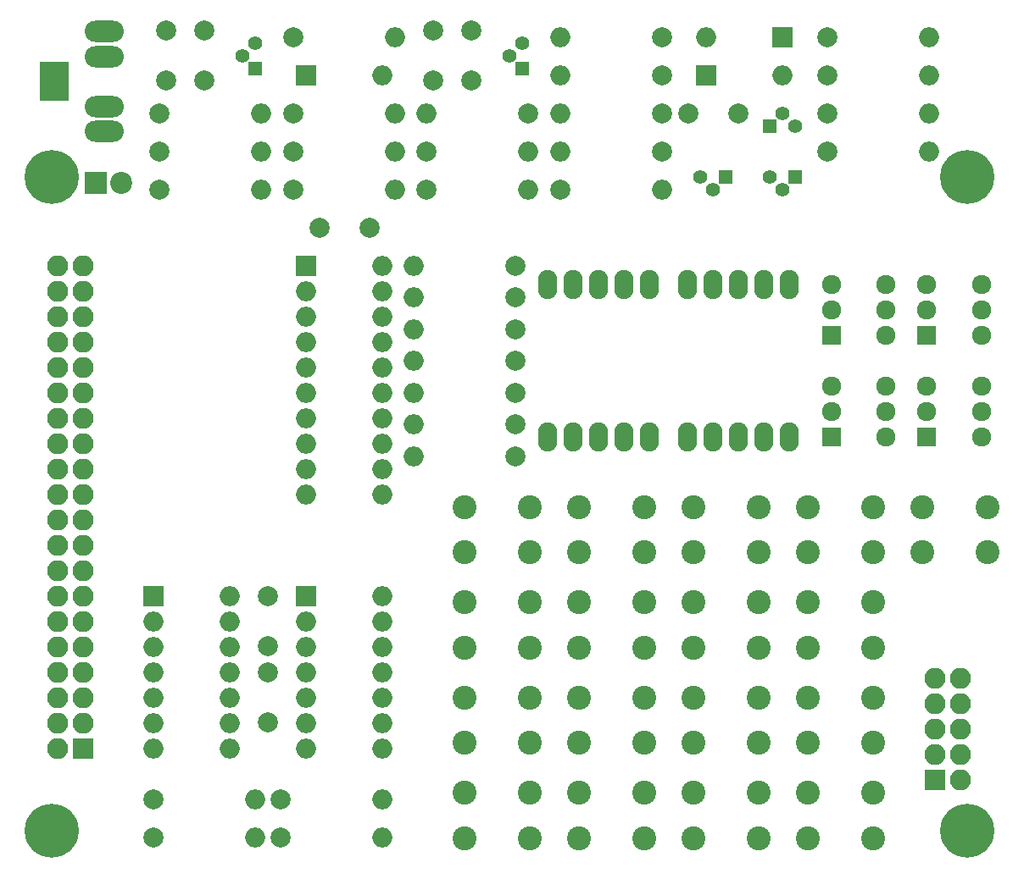
<source format=gbs>
G04 #@! TF.FileFunction,Soldermask,Bot*
%FSLAX46Y46*%
G04 Gerber Fmt 4.6, Leading zero omitted, Abs format (unit mm)*
G04 Created by KiCad (PCBNEW 4.0.7) date 09/22/19 17:22:31*
%MOMM*%
%LPD*%
G01*
G04 APERTURE LIST*
%ADD10C,0.100000*%
%ADD11R,2.100000X2.100000*%
%ADD12O,2.100000X2.100000*%
%ADD13C,5.400000*%
%ADD14C,2.000000*%
%ADD15O,1.924000X2.924000*%
%ADD16R,2.200000X2.200000*%
%ADD17C,2.200000*%
%ADD18R,2.000000X2.000000*%
%ADD19O,2.000000X2.000000*%
%ADD20R,2.900000X3.900000*%
%ADD21O,3.900000X2.150000*%
%ADD22C,1.400000*%
%ADD23R,1.400000X1.400000*%
%ADD24C,2.400000*%
%ADD25C,1.924000*%
%ADD26R,1.924000X1.924000*%
G04 APERTURE END LIST*
D10*
D11*
X107315000Y-132080000D03*
D12*
X104775000Y-132080000D03*
X107315000Y-129540000D03*
X104775000Y-129540000D03*
X107315000Y-127000000D03*
X104775000Y-127000000D03*
X107315000Y-124460000D03*
X104775000Y-124460000D03*
X107315000Y-121920000D03*
X104775000Y-121920000D03*
X107315000Y-119380000D03*
X104775000Y-119380000D03*
X107315000Y-116840000D03*
X104775000Y-116840000D03*
X107315000Y-114300000D03*
X104775000Y-114300000D03*
X107315000Y-111760000D03*
X104775000Y-111760000D03*
X107315000Y-109220000D03*
X104775000Y-109220000D03*
X107315000Y-106680000D03*
X104775000Y-106680000D03*
X107315000Y-104140000D03*
X104775000Y-104140000D03*
X107315000Y-101600000D03*
X104775000Y-101600000D03*
X107315000Y-99060000D03*
X104775000Y-99060000D03*
X107315000Y-96520000D03*
X104775000Y-96520000D03*
X107315000Y-93980000D03*
X104775000Y-93980000D03*
X107315000Y-91440000D03*
X104775000Y-91440000D03*
X107315000Y-88900000D03*
X104775000Y-88900000D03*
X107315000Y-86360000D03*
X104775000Y-86360000D03*
X107315000Y-83820000D03*
X104775000Y-83820000D03*
D13*
X104140000Y-140335000D03*
X195580000Y-140335000D03*
X195580000Y-74930000D03*
X104140000Y-74930000D03*
D14*
X135890000Y-80010000D03*
X130890000Y-80010000D03*
X125730000Y-116840000D03*
X125730000Y-121840000D03*
X125730000Y-124460000D03*
X125730000Y-129460000D03*
X142240000Y-60325000D03*
X142240000Y-65325000D03*
X146050000Y-60325000D03*
X146050000Y-65325000D03*
X172720000Y-68580000D03*
X167720000Y-68580000D03*
X119380000Y-60325000D03*
X119380000Y-65325000D03*
X115570000Y-60325000D03*
X115570000Y-65325000D03*
D15*
X167640000Y-100965000D03*
X170180000Y-100965000D03*
X172720000Y-100965000D03*
X175260000Y-100965000D03*
X177800000Y-100965000D03*
X177800000Y-85725000D03*
X175260000Y-85725000D03*
X172720000Y-85725000D03*
X170180000Y-85725000D03*
X167640000Y-85725000D03*
X153670000Y-100965000D03*
X156210000Y-100965000D03*
X158750000Y-100965000D03*
X161290000Y-100965000D03*
X163830000Y-100965000D03*
X163830000Y-85725000D03*
X161290000Y-85725000D03*
X158750000Y-85725000D03*
X156210000Y-85725000D03*
X153670000Y-85725000D03*
D16*
X108585000Y-75565000D03*
D17*
X111125000Y-75565000D03*
D18*
X177165000Y-60960000D03*
D19*
X169545000Y-60960000D03*
D18*
X169545000Y-64770000D03*
D19*
X177165000Y-64770000D03*
D18*
X129540000Y-64770000D03*
D19*
X137160000Y-64770000D03*
D20*
X104449000Y-65405000D03*
D21*
X109455000Y-60405000D03*
X109455000Y-70405000D03*
X109455000Y-62905000D03*
X109455000Y-67905000D03*
D22*
X177165000Y-68580000D03*
X178435000Y-69850000D03*
D23*
X175895000Y-69850000D03*
D22*
X177165000Y-76200000D03*
X175895000Y-74930000D03*
D23*
X178435000Y-74930000D03*
D22*
X170180000Y-76200000D03*
X168910000Y-74930000D03*
D23*
X171450000Y-74930000D03*
D22*
X149860000Y-62865000D03*
X151130000Y-61595000D03*
D23*
X151130000Y-64135000D03*
D22*
X123190000Y-62865000D03*
X124460000Y-61595000D03*
D23*
X124460000Y-64135000D03*
D14*
X114300000Y-137160000D03*
D19*
X124460000Y-137160000D03*
D14*
X114300000Y-140970000D03*
D19*
X124460000Y-140970000D03*
D14*
X127000000Y-140970000D03*
D19*
X137160000Y-140970000D03*
D14*
X127000000Y-137160000D03*
D19*
X137160000Y-137160000D03*
D14*
X150495000Y-102870000D03*
D19*
X140335000Y-102870000D03*
D14*
X150495000Y-99695000D03*
D19*
X140335000Y-99695000D03*
D14*
X150495000Y-96520000D03*
D19*
X140335000Y-96520000D03*
D14*
X150495000Y-93345000D03*
D19*
X140335000Y-93345000D03*
D14*
X150495000Y-90170000D03*
D19*
X140335000Y-90170000D03*
D14*
X150495000Y-83820000D03*
D19*
X140335000Y-83820000D03*
D14*
X150495000Y-86995000D03*
D19*
X140335000Y-86995000D03*
D14*
X114935000Y-72390000D03*
D19*
X125095000Y-72390000D03*
D14*
X114935000Y-68580000D03*
D19*
X125095000Y-68580000D03*
D14*
X165100000Y-60960000D03*
D19*
X154940000Y-60960000D03*
D14*
X154940000Y-76200000D03*
D19*
X165100000Y-76200000D03*
D14*
X141605000Y-76200000D03*
D19*
X151765000Y-76200000D03*
D14*
X114935000Y-76200000D03*
D19*
X125095000Y-76200000D03*
D14*
X165100000Y-72390000D03*
D19*
X154940000Y-72390000D03*
D14*
X141605000Y-72390000D03*
D19*
X151765000Y-72390000D03*
D14*
X151765000Y-68580000D03*
D19*
X141605000Y-68580000D03*
D14*
X165100000Y-68580000D03*
D19*
X154940000Y-68580000D03*
D14*
X165100000Y-64770000D03*
D19*
X154940000Y-64770000D03*
D14*
X128270000Y-60960000D03*
D19*
X138430000Y-60960000D03*
D14*
X128270000Y-72390000D03*
D19*
X138430000Y-72390000D03*
D14*
X128270000Y-68580000D03*
D19*
X138430000Y-68580000D03*
D14*
X128270000Y-76200000D03*
D19*
X138430000Y-76200000D03*
D24*
X191135000Y-112450000D03*
X191135000Y-107950000D03*
X197635000Y-112450000D03*
X197635000Y-107950000D03*
D25*
X191585000Y-85725000D03*
X191585000Y-88265000D03*
D26*
X191585000Y-90805000D03*
D25*
X197035000Y-90805000D03*
X197035000Y-88265000D03*
X197035000Y-85725000D03*
D24*
X145415000Y-141025000D03*
X145415000Y-136525000D03*
X151915000Y-141025000D03*
X151915000Y-136525000D03*
X145415000Y-131500000D03*
X145415000Y-127000000D03*
X151915000Y-131500000D03*
X151915000Y-127000000D03*
X145415000Y-121975000D03*
X145415000Y-117475000D03*
X151915000Y-121975000D03*
X151915000Y-117475000D03*
X145415000Y-112450000D03*
X145415000Y-107950000D03*
X151915000Y-112450000D03*
X151915000Y-107950000D03*
X156845000Y-141025000D03*
X156845000Y-136525000D03*
X163345000Y-141025000D03*
X163345000Y-136525000D03*
X156845000Y-131500000D03*
X156845000Y-127000000D03*
X163345000Y-131500000D03*
X163345000Y-127000000D03*
X156845000Y-121975000D03*
X156845000Y-117475000D03*
X163345000Y-121975000D03*
X163345000Y-117475000D03*
X156845000Y-112450000D03*
X156845000Y-107950000D03*
X163345000Y-112450000D03*
X163345000Y-107950000D03*
X168275000Y-141025000D03*
X168275000Y-136525000D03*
X174775000Y-141025000D03*
X174775000Y-136525000D03*
X168275000Y-131500000D03*
X168275000Y-127000000D03*
X174775000Y-131500000D03*
X174775000Y-127000000D03*
X168275000Y-121975000D03*
X168275000Y-117475000D03*
X174775000Y-121975000D03*
X174775000Y-117475000D03*
X168275000Y-112450000D03*
X168275000Y-107950000D03*
X174775000Y-112450000D03*
X174775000Y-107950000D03*
X179705000Y-141025000D03*
X179705000Y-136525000D03*
X186205000Y-141025000D03*
X186205000Y-136525000D03*
X179705000Y-131500000D03*
X179705000Y-127000000D03*
X186205000Y-131500000D03*
X186205000Y-127000000D03*
X179705000Y-121975000D03*
X179705000Y-117475000D03*
X186205000Y-121975000D03*
X186205000Y-117475000D03*
X179705000Y-112450000D03*
X179705000Y-107950000D03*
X186205000Y-112450000D03*
X186205000Y-107950000D03*
D25*
X182060000Y-85725000D03*
X182060000Y-88265000D03*
D26*
X182060000Y-90805000D03*
D25*
X187510000Y-90805000D03*
X187510000Y-88265000D03*
X187510000Y-85725000D03*
X191585000Y-95885000D03*
X191585000Y-98425000D03*
D26*
X191585000Y-100965000D03*
D25*
X197035000Y-100965000D03*
X197035000Y-98425000D03*
X197035000Y-95885000D03*
X182060000Y-95885000D03*
X182060000Y-98425000D03*
D26*
X182060000Y-100965000D03*
D25*
X187510000Y-100965000D03*
X187510000Y-98425000D03*
X187510000Y-95885000D03*
D18*
X129540000Y-83820000D03*
D19*
X137160000Y-106680000D03*
X129540000Y-86360000D03*
X137160000Y-104140000D03*
X129540000Y-88900000D03*
X137160000Y-101600000D03*
X129540000Y-91440000D03*
X137160000Y-99060000D03*
X129540000Y-93980000D03*
X137160000Y-96520000D03*
X129540000Y-96520000D03*
X137160000Y-93980000D03*
X129540000Y-99060000D03*
X137160000Y-91440000D03*
X129540000Y-101600000D03*
X137160000Y-88900000D03*
X129540000Y-104140000D03*
X137160000Y-86360000D03*
X129540000Y-106680000D03*
X137160000Y-83820000D03*
D18*
X114300000Y-116840000D03*
D19*
X121920000Y-132080000D03*
X114300000Y-119380000D03*
X121920000Y-129540000D03*
X114300000Y-121920000D03*
X121920000Y-127000000D03*
X114300000Y-124460000D03*
X121920000Y-124460000D03*
X114300000Y-127000000D03*
X121920000Y-121920000D03*
X114300000Y-129540000D03*
X121920000Y-119380000D03*
X114300000Y-132080000D03*
X121920000Y-116840000D03*
D18*
X129540000Y-116840000D03*
D19*
X137160000Y-132080000D03*
X129540000Y-119380000D03*
X137160000Y-129540000D03*
X129540000Y-121920000D03*
X137160000Y-127000000D03*
X129540000Y-124460000D03*
X137160000Y-124460000D03*
X129540000Y-127000000D03*
X137160000Y-121920000D03*
X129540000Y-129540000D03*
X137160000Y-119380000D03*
X129540000Y-132080000D03*
X137160000Y-116840000D03*
D14*
X181610000Y-60960000D03*
D19*
X191770000Y-60960000D03*
D14*
X181610000Y-64770000D03*
D19*
X191770000Y-64770000D03*
D14*
X181610000Y-68580000D03*
D19*
X191770000Y-68580000D03*
D14*
X181610000Y-72390000D03*
D19*
X191770000Y-72390000D03*
D11*
X192405000Y-135255000D03*
D12*
X194945000Y-135255000D03*
X192405000Y-132715000D03*
X194945000Y-132715000D03*
X192405000Y-130175000D03*
X194945000Y-130175000D03*
X192405000Y-127635000D03*
X194945000Y-127635000D03*
X192405000Y-125095000D03*
X194945000Y-125095000D03*
M02*

</source>
